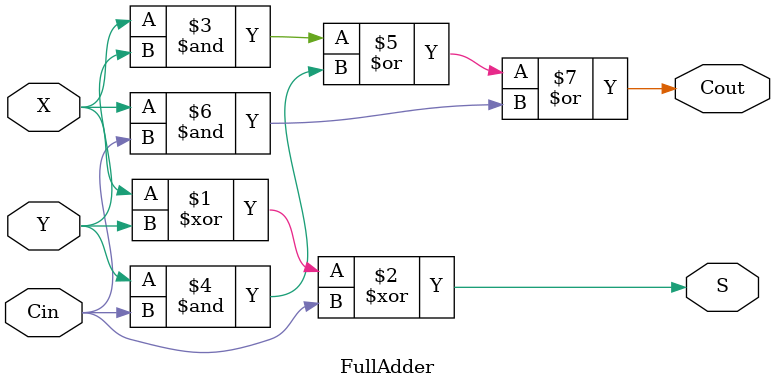
<source format=v>
module FullAdder(X, Y, Cin, S, Cout);
input X, Y, Cin;
output S, Cout;

assign S = X ^ Y ^ Cin;
assign Cout = (X & Y) | (Y & Cin) | (X & Cin);

endmodule
</source>
